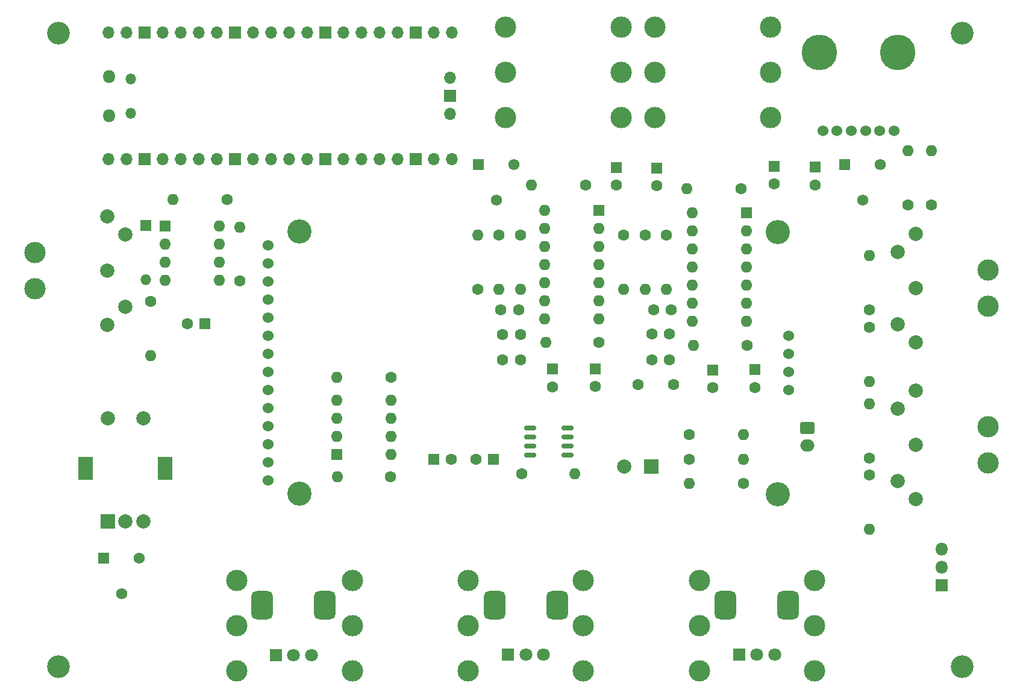
<source format=gbs>
G04 #@! TF.GenerationSoftware,KiCad,Pcbnew,6.0.11+dfsg-1~bpo11+1*
G04 #@! TF.CreationDate,2023-02-20T22:13:45+01:00*
G04 #@! TF.ProjectId,v1,76312e6b-6963-4616-945f-706362585858,rev?*
G04 #@! TF.SameCoordinates,Original*
G04 #@! TF.FileFunction,Soldermask,Bot*
G04 #@! TF.FilePolarity,Negative*
%FSLAX46Y46*%
G04 Gerber Fmt 4.6, Leading zero omitted, Abs format (unit mm)*
G04 Created by KiCad (PCBNEW 6.0.11+dfsg-1~bpo11+1) date 2023-02-20 22:13:45*
%MOMM*%
%LPD*%
G01*
G04 APERTURE LIST*
G04 Aperture macros list*
%AMRoundRect*
0 Rectangle with rounded corners*
0 $1 Rounding radius*
0 $2 $3 $4 $5 $6 $7 $8 $9 X,Y pos of 4 corners*
0 Add a 4 corners polygon primitive as box body*
4,1,4,$2,$3,$4,$5,$6,$7,$8,$9,$2,$3,0*
0 Add four circle primitives for the rounded corners*
1,1,$1+$1,$2,$3*
1,1,$1+$1,$4,$5*
1,1,$1+$1,$6,$7*
1,1,$1+$1,$8,$9*
0 Add four rect primitives between the rounded corners*
20,1,$1+$1,$2,$3,$4,$5,0*
20,1,$1+$1,$4,$5,$6,$7,0*
20,1,$1+$1,$6,$7,$8,$9,0*
20,1,$1+$1,$8,$9,$2,$3,0*%
G04 Aperture macros list end*
%ADD10R,1.800000X1.800000*%
%ADD11O,1.800000X1.800000*%
%ADD12R,1.560000X1.560000*%
%ADD13C,1.560000*%
%ADD14C,5.000000*%
%ADD15C,1.524000*%
%ADD16RoundRect,0.150000X0.675000X0.150000X-0.675000X0.150000X-0.675000X-0.150000X0.675000X-0.150000X0*%
%ADD17C,3.200000*%
%ADD18C,1.800000*%
%ADD19RoundRect,0.750000X0.750000X-1.250000X0.750000X1.250000X-0.750000X1.250000X-0.750000X-1.250000X0*%
%ADD20O,1.500000X1.500000*%
%ADD21O,1.700000X1.700000*%
%ADD22R,1.700000X1.700000*%
%ADD23C,3.400000*%
%ADD24C,2.000000*%
%ADD25R,2.000000X3.200000*%
%ADD26R,2.000000X2.000000*%
%ADD27C,1.600000*%
%ADD28O,1.600000X1.600000*%
%ADD29R,1.600000X1.600000*%
%ADD30C,3.000000*%
%ADD31RoundRect,0.250000X-0.750000X0.600000X-0.750000X-0.600000X0.750000X-0.600000X0.750000X0.600000X0*%
%ADD32O,2.000000X1.700000*%
%ADD33R,1.500000X1.500000*%
G04 APERTURE END LIST*
D10*
X225673000Y-123190000D03*
D11*
X225673000Y-120650000D03*
X225673000Y-118110000D03*
D12*
X212090000Y-64135000D03*
D13*
X214590000Y-69135000D03*
X217090000Y-64135000D03*
D12*
X160608000Y-64135000D03*
D13*
X163108000Y-69135000D03*
X165608000Y-64135000D03*
D12*
X107950000Y-119380000D03*
D13*
X110450000Y-124380000D03*
X112950000Y-119380000D03*
D14*
X208500000Y-48375000D03*
X219500000Y-48375000D03*
D15*
X217000000Y-59375000D03*
X215000000Y-59375000D03*
X213000000Y-59375000D03*
X219000000Y-59375000D03*
X209000000Y-59375000D03*
X211000000Y-59375000D03*
D16*
X173125000Y-101095000D03*
X173125000Y-102365000D03*
X173125000Y-103635000D03*
X173125000Y-104905000D03*
X167875000Y-104905000D03*
X167875000Y-103635000D03*
X167875000Y-102365000D03*
X167875000Y-101095000D03*
D17*
X101600000Y-45620000D03*
X228600000Y-45620000D03*
X101600000Y-134620000D03*
X228600000Y-134620000D03*
D10*
X164740000Y-132975000D03*
D18*
X167240000Y-132975000D03*
X169740000Y-132975000D03*
D19*
X171640000Y-125975000D03*
X162840000Y-125975000D03*
X195335000Y-125975000D03*
X204135000Y-125975000D03*
D18*
X202235000Y-132975000D03*
X199735000Y-132975000D03*
D10*
X197235000Y-132975000D03*
D11*
X108724000Y-57208000D03*
D20*
X111754000Y-56908000D03*
X111754000Y-52058000D03*
D11*
X108724000Y-51758000D03*
D21*
X108594000Y-63373000D03*
X111134000Y-63373000D03*
D22*
X113674000Y-63373000D03*
D21*
X116214000Y-63373000D03*
X118754000Y-63373000D03*
X121294000Y-63373000D03*
X123834000Y-63373000D03*
D22*
X126374000Y-63373000D03*
D21*
X128914000Y-63373000D03*
X131454000Y-63373000D03*
X133994000Y-63373000D03*
X136534000Y-63373000D03*
D22*
X139074000Y-63373000D03*
D21*
X141614000Y-63373000D03*
X144154000Y-63373000D03*
X146694000Y-63373000D03*
X149234000Y-63373000D03*
D22*
X151774000Y-63373000D03*
D21*
X154314000Y-63373000D03*
X156854000Y-63373000D03*
X156854000Y-45593000D03*
X154314000Y-45593000D03*
D22*
X151774000Y-45593000D03*
D21*
X149234000Y-45593000D03*
X146694000Y-45593000D03*
X144154000Y-45593000D03*
X141614000Y-45593000D03*
D22*
X139074000Y-45593000D03*
D21*
X136534000Y-45593000D03*
X133994000Y-45593000D03*
X131454000Y-45593000D03*
X128914000Y-45593000D03*
D22*
X126374000Y-45593000D03*
D21*
X123834000Y-45593000D03*
X121294000Y-45593000D03*
X118754000Y-45593000D03*
X116214000Y-45593000D03*
D22*
X113674000Y-45593000D03*
D21*
X111134000Y-45593000D03*
X108594000Y-45593000D03*
X156624000Y-57023000D03*
D22*
X156624000Y-54483000D03*
D21*
X156624000Y-51943000D03*
D15*
X204150000Y-95810000D03*
X204150000Y-93270000D03*
X204150000Y-90730000D03*
X204150000Y-88190000D03*
X131020000Y-108510000D03*
X131020000Y-105970000D03*
X131020000Y-103430000D03*
X131020000Y-100890000D03*
X131020000Y-98350000D03*
X131020000Y-95810000D03*
X131020000Y-93270000D03*
X131020000Y-90730000D03*
X131020000Y-88190000D03*
X131020000Y-85650000D03*
X131020000Y-83110000D03*
X131020000Y-80570000D03*
X131020000Y-78030000D03*
X131020000Y-75490000D03*
D23*
X135430000Y-110310000D03*
X202650000Y-73610000D03*
X135430000Y-73510000D03*
X202650000Y-110410000D03*
D19*
X130220000Y-126000000D03*
X139020000Y-126000000D03*
D18*
X137120000Y-133000000D03*
X134620000Y-133000000D03*
D10*
X132120000Y-133000000D03*
D24*
X108500000Y-99750000D03*
X113500000Y-99750000D03*
D25*
X105400000Y-106750000D03*
X116600000Y-106750000D03*
D24*
X111000000Y-114250000D03*
X113500000Y-114250000D03*
D26*
X108500000Y-114250000D03*
D27*
X177550000Y-89125000D03*
D28*
X170050000Y-89125000D03*
D29*
X177500000Y-70500000D03*
D28*
X177500000Y-73040000D03*
X177500000Y-75580000D03*
X177500000Y-78120000D03*
X177500000Y-80660000D03*
X177500000Y-83200000D03*
X177500000Y-85740000D03*
X169880000Y-85740000D03*
X169880000Y-83200000D03*
X169880000Y-80660000D03*
X169880000Y-78120000D03*
X169880000Y-75580000D03*
X169880000Y-73040000D03*
X169880000Y-70500000D03*
D27*
X127070000Y-80450000D03*
D28*
X127070000Y-72950000D03*
D27*
X166649800Y-107500000D03*
D28*
X174149800Y-107500000D03*
D29*
X162730400Y-105500000D03*
D27*
X160230400Y-105500000D03*
D29*
X179954000Y-64500000D03*
D27*
X179954000Y-67000000D03*
X164000000Y-88000000D03*
X166500000Y-88000000D03*
X166250000Y-84500000D03*
X163750000Y-84500000D03*
D29*
X199430000Y-92923800D03*
D27*
X199430000Y-95423800D03*
D30*
X164385000Y-57475000D03*
X180615000Y-57475000D03*
X164385000Y-44775000D03*
X180615000Y-44775000D03*
X164385000Y-51125000D03*
X180615000Y-51125000D03*
D27*
X166500000Y-91500000D03*
X164000000Y-91500000D03*
D30*
X142850000Y-122500000D03*
X126620000Y-122500000D03*
X142850000Y-135200000D03*
X126620000Y-135200000D03*
X142850000Y-128850000D03*
X126620000Y-128850000D03*
D27*
X190190000Y-105500000D03*
D28*
X197810000Y-105500000D03*
D31*
X206810000Y-101070000D03*
D32*
X206810000Y-103570000D03*
D27*
X184000000Y-74000000D03*
D28*
X184000000Y-81620000D03*
D27*
X125310000Y-69000000D03*
D28*
X117690000Y-69000000D03*
D27*
X215500000Y-84500000D03*
D28*
X215500000Y-76880000D03*
D29*
X202184000Y-64329700D03*
D27*
X202184000Y-66829700D03*
X215500000Y-107690000D03*
D28*
X215500000Y-115310000D03*
D27*
X160500000Y-81620000D03*
D28*
X160500000Y-74000000D03*
D30*
X201615000Y-51125000D03*
X185385000Y-51125000D03*
X201615000Y-44775000D03*
X185385000Y-44775000D03*
X201615000Y-57475000D03*
X185385000Y-57475000D03*
D29*
X140700000Y-104800000D03*
D28*
X140700000Y-102260000D03*
X140700000Y-99720000D03*
X140700000Y-97180000D03*
X148320000Y-97180000D03*
X148320000Y-99720000D03*
X148320000Y-102260000D03*
X148320000Y-104800000D03*
D33*
X113870000Y-72685000D03*
D20*
X113870000Y-80305000D03*
D27*
X197810000Y-108910000D03*
D28*
X190190000Y-108910000D03*
D27*
X163500000Y-74000000D03*
D28*
X163500000Y-81620000D03*
D27*
X187450000Y-91500000D03*
X184950000Y-91500000D03*
D26*
X184870700Y-106500000D03*
D24*
X181070700Y-106500000D03*
D27*
X148250000Y-108000000D03*
D28*
X140750000Y-108000000D03*
D29*
X122161400Y-86500000D03*
D27*
X119661400Y-86500000D03*
D29*
X177000000Y-92794900D03*
D27*
X177000000Y-95294900D03*
D29*
X198300000Y-70875000D03*
D28*
X198300000Y-73415000D03*
X198300000Y-75955000D03*
X198300000Y-78495000D03*
X198300000Y-81035000D03*
X198300000Y-83575000D03*
X198300000Y-86115000D03*
X190680000Y-86115000D03*
X190680000Y-83575000D03*
X190680000Y-81035000D03*
X190680000Y-78495000D03*
X190680000Y-75955000D03*
X190680000Y-73415000D03*
X190680000Y-70875000D03*
D29*
X207889000Y-64444000D03*
D27*
X207889000Y-66944000D03*
X215500000Y-105310000D03*
D28*
X215500000Y-97690000D03*
D29*
X193500000Y-92974400D03*
D27*
X193500000Y-95474400D03*
X197485000Y-67500000D03*
D28*
X189865000Y-67500000D03*
D27*
X187450000Y-87920000D03*
X184950000Y-87920000D03*
X166500000Y-74000000D03*
D28*
X166500000Y-81620000D03*
D27*
X215500000Y-87000000D03*
D28*
X215500000Y-94620000D03*
D27*
X148310000Y-94000000D03*
D28*
X140690000Y-94000000D03*
D29*
X171000000Y-92810700D03*
D27*
X171000000Y-95310700D03*
X114554000Y-83312000D03*
D28*
X114554000Y-90932000D03*
D27*
X188000000Y-95000000D03*
X183000000Y-95000000D03*
X187000000Y-74000000D03*
D28*
X187000000Y-81620000D03*
D30*
X98285000Y-81540000D03*
X98285000Y-76460000D03*
D24*
X110985000Y-84080000D03*
X110985000Y-73920000D03*
X108445000Y-86620000D03*
X108445000Y-79000000D03*
X108445000Y-71380000D03*
D27*
X224290000Y-69810000D03*
D28*
X224290000Y-62190000D03*
D27*
X220980000Y-69810000D03*
D28*
X220980000Y-62190000D03*
D29*
X154294900Y-105500000D03*
D27*
X156794900Y-105500000D03*
D29*
X185674000Y-64575300D03*
D27*
X185674000Y-67075300D03*
D29*
X116570000Y-72700000D03*
D28*
X116570000Y-75240000D03*
X116570000Y-77780000D03*
X116570000Y-80320000D03*
X124190000Y-80320000D03*
X124190000Y-77780000D03*
X124190000Y-75240000D03*
X124190000Y-72700000D03*
D27*
X185200000Y-84500000D03*
X187700000Y-84500000D03*
D30*
X232215000Y-84040000D03*
X232215000Y-78960000D03*
D24*
X219515000Y-76420000D03*
X219515000Y-86580000D03*
X222055000Y-73880000D03*
X222055000Y-81500000D03*
X222055000Y-89120000D03*
D30*
X191620000Y-128850000D03*
X207850000Y-128850000D03*
X191620000Y-135200000D03*
X207850000Y-135200000D03*
X191620000Y-122500000D03*
X207850000Y-122500000D03*
D27*
X190190000Y-102000000D03*
D28*
X197810000Y-102000000D03*
D30*
X159120000Y-128850000D03*
X175350000Y-128850000D03*
X159120000Y-135200000D03*
X175350000Y-135200000D03*
X159120000Y-122500000D03*
X175350000Y-122500000D03*
D27*
X181000000Y-74000000D03*
D28*
X181000000Y-81620000D03*
D30*
X232215000Y-100960000D03*
X232215000Y-106040000D03*
D24*
X219515000Y-98420000D03*
X219515000Y-108580000D03*
X222055000Y-95880000D03*
X222055000Y-103500000D03*
X222055000Y-111120000D03*
D27*
X198350000Y-89500000D03*
D28*
X190850000Y-89500000D03*
X168021000Y-67000000D03*
D27*
X175641000Y-67000000D03*
M02*

</source>
